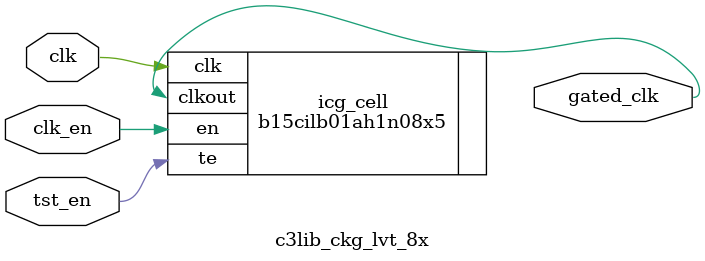
<source format=sv>

`default_nettype none
module c3lib_ckg_lvt_8x(

  tst_en,
  clk_en,
  clk,
  gated_clk

);

    input wire tst_en;
    input wire clk_en;
    input wire clk;
    output wire gated_clk;

`ifdef BEHAVIORAL
    logic latch_d;
    logic latch_q;

    // Formulate control signal
    assign latch_d = clk_en | tst_en;

    // Latch control signal
    always_latch if (~clk) latch_q <= latch_d;

    // Actual clk gating gate
    assign gated_clk = clk & latch_q;
`else
    b15cilb01ah1n08x5 icg_cell (.clkout(gated_clk), .en(clk_en), .te(tst_en), .clk(clk));
`endif


endmodule
`default_nettype wire




</source>
